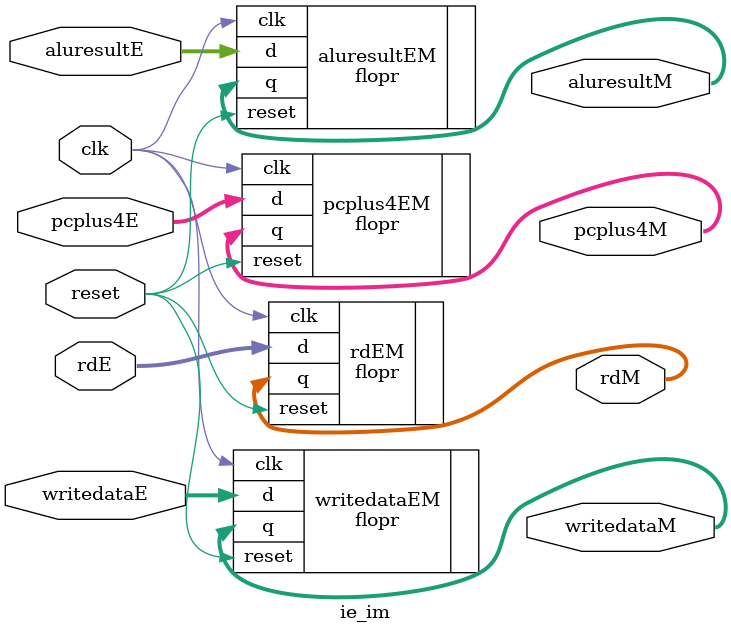
<source format=sv>
`include "flopr.sv"

module ie_im(
		input logic clk, reset,
		input logic [31:0] aluresultE, 
		input logic [31:0] writedataE, 
		input logic [4:0] rdE,
		input logic [31:0] pcplus4E,
		output logic [31:0] aluresultM, 
		output logic [31:0] writedataM, 
		output logic [4:0] rdM,
		output logic [31:0] pcplus4M
		);

	flopr #(.WIDTH(32)) aluresultEM(
		.clk(clk),
		.reset(reset),
		.d(aluresultE),
		.q(aluresultM));

	flopr #(.WIDTH(32)) writedataEM(
		.clk(clk),
		.reset(reset),
		.d(writedataE),
		.q(writedataM));

	flopr #(.WIDTH(5)) rdEM(
		.clk(clk),
		.reset(reset),
		.d(rdE),
		.q(rdM));

	flopr #(.WIDTH(32)) pcplus4EM(
		.clk(clk),
		.reset(reset),
		.d(pcplus4E),
		.q(pcplus4M));

endmodule

</source>
